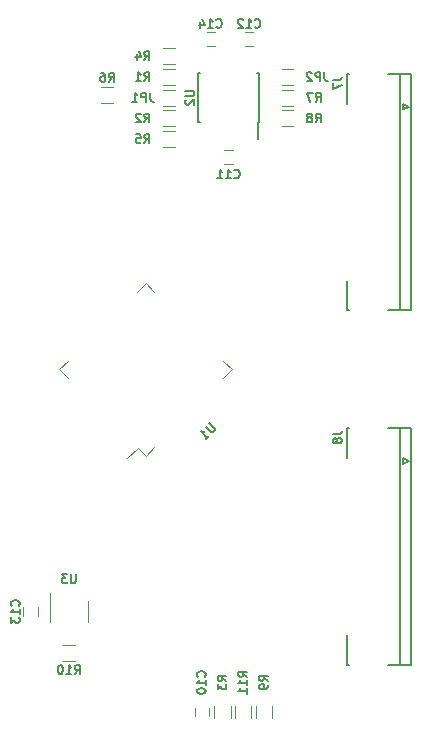
<source format=gbo>
G04 #@! TF.FileFunction,Legend,Bot*
%FSLAX46Y46*%
G04 Gerber Fmt 4.6, Leading zero omitted, Abs format (unit mm)*
G04 Created by KiCad (PCBNEW 4.0.7) date 09/10/18 12:16:13*
%MOMM*%
%LPD*%
G01*
G04 APERTURE LIST*
%ADD10C,0.100000*%
%ADD11C,0.150000*%
%ADD12C,0.120000*%
%ADD13C,0.127000*%
G04 APERTURE END LIST*
D10*
D11*
X94575000Y-51575000D02*
X94525000Y-51575000D01*
X94575000Y-47425000D02*
X94430000Y-47425000D01*
X89425000Y-47425000D02*
X89570000Y-47425000D01*
X89425000Y-51575000D02*
X89570000Y-51575000D01*
X94575000Y-51575000D02*
X94575000Y-47425000D01*
X89425000Y-51575000D02*
X89425000Y-47425000D01*
X94525000Y-51575000D02*
X94525000Y-52975000D01*
D12*
X85000000Y-79818555D02*
X84328249Y-79146804D01*
X92318555Y-72500000D02*
X91576093Y-71757538D01*
X85000000Y-65181445D02*
X85742462Y-65923907D01*
X77681445Y-72500000D02*
X78423907Y-73242462D01*
X85000000Y-79818555D02*
X85742462Y-79076093D01*
X77681445Y-72500000D02*
X78423907Y-71757538D01*
X85000000Y-65181445D02*
X84257538Y-65923907D01*
X92318555Y-72500000D02*
X91576093Y-73242462D01*
X84328249Y-79146804D02*
X83426687Y-80048365D01*
X89150000Y-101150000D02*
X89150000Y-101850000D01*
X90350000Y-101850000D02*
X90350000Y-101150000D01*
X91650000Y-55100000D02*
X92350000Y-55100000D01*
X92350000Y-53900000D02*
X91650000Y-53900000D01*
X93400000Y-45100000D02*
X94100000Y-45100000D01*
X94100000Y-43900000D02*
X93400000Y-43900000D01*
X75850000Y-93350000D02*
X75850000Y-92650000D01*
X74650000Y-92650000D02*
X74650000Y-93350000D01*
X90850000Y-43900000D02*
X90150000Y-43900000D01*
X90150000Y-45100000D02*
X90850000Y-45100000D01*
X86500000Y-50180000D02*
X87500000Y-50180000D01*
X87500000Y-48820000D02*
X86500000Y-48820000D01*
X96500000Y-48430000D02*
X97500000Y-48430000D01*
X97500000Y-47070000D02*
X96500000Y-47070000D01*
X86500000Y-48430000D02*
X87500000Y-48430000D01*
X87500000Y-47070000D02*
X86500000Y-47070000D01*
X86500000Y-51930000D02*
X87500000Y-51930000D01*
X87500000Y-50570000D02*
X86500000Y-50570000D01*
X90820000Y-101000000D02*
X90820000Y-102000000D01*
X92180000Y-102000000D02*
X92180000Y-101000000D01*
X87500000Y-45320000D02*
X86500000Y-45320000D01*
X86500000Y-46680000D02*
X87500000Y-46680000D01*
X86500000Y-53680000D02*
X87500000Y-53680000D01*
X87500000Y-52320000D02*
X86500000Y-52320000D01*
X81250000Y-49930000D02*
X82250000Y-49930000D01*
X82250000Y-48570000D02*
X81250000Y-48570000D01*
X96500000Y-50180000D02*
X97500000Y-50180000D01*
X97500000Y-48820000D02*
X96500000Y-48820000D01*
X96500000Y-51930000D02*
X97500000Y-51930000D01*
X97500000Y-50570000D02*
X96500000Y-50570000D01*
X94320000Y-101000000D02*
X94320000Y-102000000D01*
X95680000Y-102000000D02*
X95680000Y-101000000D01*
X79000000Y-95820000D02*
X78000000Y-95820000D01*
X78000000Y-97180000D02*
X79000000Y-97180000D01*
X92570000Y-101000000D02*
X92570000Y-102000000D01*
X93930000Y-102000000D02*
X93930000Y-101000000D01*
X80110000Y-92100000D02*
X80110000Y-93900000D01*
X76890000Y-93900000D02*
X76890000Y-91450000D01*
D13*
X102000000Y-67500000D02*
X102250000Y-67500000D01*
X102000000Y-47500000D02*
X102250000Y-47500000D01*
X107250000Y-50250000D02*
X106750000Y-50000000D01*
X106750000Y-50500000D02*
X107250000Y-50250000D01*
X106750000Y-50000000D02*
X106750000Y-50500000D01*
X106500000Y-47500000D02*
X106500000Y-67500000D01*
X107500000Y-47500000D02*
X107500000Y-67500000D01*
X107500000Y-67500000D02*
X105500000Y-67500000D01*
X107500000Y-47500000D02*
X105500000Y-47500000D01*
X102000000Y-50000000D02*
X102000000Y-47500000D01*
X102000000Y-65000000D02*
X102000000Y-67500000D01*
X102000000Y-97500000D02*
X102250000Y-97500000D01*
X102000000Y-77500000D02*
X102250000Y-77500000D01*
X107250000Y-80250000D02*
X106750000Y-80000000D01*
X106750000Y-80500000D02*
X107250000Y-80250000D01*
X106750000Y-80000000D02*
X106750000Y-80500000D01*
X106500000Y-77500000D02*
X106500000Y-97500000D01*
X107500000Y-77500000D02*
X107500000Y-97500000D01*
X107500000Y-97500000D02*
X105500000Y-97500000D01*
X107500000Y-77500000D02*
X105500000Y-77500000D01*
X102000000Y-80000000D02*
X102000000Y-77500000D01*
X102000000Y-95000000D02*
X102000000Y-97500000D01*
D11*
X88339286Y-48928571D02*
X88946429Y-48928571D01*
X89017857Y-48964286D01*
X89053571Y-49000000D01*
X89089286Y-49071429D01*
X89089286Y-49214286D01*
X89053571Y-49285714D01*
X89017857Y-49321429D01*
X88946429Y-49357143D01*
X88339286Y-49357143D01*
X88410714Y-49678571D02*
X88375000Y-49714285D01*
X88339286Y-49785714D01*
X88339286Y-49964285D01*
X88375000Y-50035714D01*
X88410714Y-50071428D01*
X88482143Y-50107143D01*
X88553571Y-50107143D01*
X88660714Y-50071428D01*
X89089286Y-49642857D01*
X89089286Y-50107143D01*
X90381589Y-77073466D02*
X90810904Y-77502781D01*
X90836157Y-77578542D01*
X90836157Y-77629050D01*
X90810903Y-77704812D01*
X90709888Y-77805827D01*
X90634126Y-77831080D01*
X90583618Y-77831081D01*
X90507857Y-77805827D01*
X90078542Y-77376512D01*
X90078542Y-78437172D02*
X90381589Y-78134126D01*
X90230066Y-78285649D02*
X89699735Y-77755319D01*
X89826005Y-77780573D01*
X89927019Y-77780573D01*
X90002781Y-77755318D01*
X90017857Y-98517857D02*
X90053571Y-98482143D01*
X90089286Y-98375000D01*
X90089286Y-98303571D01*
X90053571Y-98196428D01*
X89982143Y-98125000D01*
X89910714Y-98089285D01*
X89767857Y-98053571D01*
X89660714Y-98053571D01*
X89517857Y-98089285D01*
X89446429Y-98125000D01*
X89375000Y-98196428D01*
X89339286Y-98303571D01*
X89339286Y-98375000D01*
X89375000Y-98482143D01*
X89410714Y-98517857D01*
X90089286Y-99232143D02*
X90089286Y-98803571D01*
X90089286Y-99017857D02*
X89339286Y-99017857D01*
X89446429Y-98946428D01*
X89517857Y-98875000D01*
X89553571Y-98803571D01*
X89339286Y-99696429D02*
X89339286Y-99767857D01*
X89375000Y-99839286D01*
X89410714Y-99875000D01*
X89482143Y-99910714D01*
X89625000Y-99946429D01*
X89803571Y-99946429D01*
X89946429Y-99910714D01*
X90017857Y-99875000D01*
X90053571Y-99839286D01*
X90089286Y-99767857D01*
X90089286Y-99696429D01*
X90053571Y-99625000D01*
X90017857Y-99589286D01*
X89946429Y-99553571D01*
X89803571Y-99517857D01*
X89625000Y-99517857D01*
X89482143Y-99553571D01*
X89410714Y-99589286D01*
X89375000Y-99625000D01*
X89339286Y-99696429D01*
X92482143Y-56267857D02*
X92517857Y-56303571D01*
X92625000Y-56339286D01*
X92696429Y-56339286D01*
X92803572Y-56303571D01*
X92875000Y-56232143D01*
X92910715Y-56160714D01*
X92946429Y-56017857D01*
X92946429Y-55910714D01*
X92910715Y-55767857D01*
X92875000Y-55696429D01*
X92803572Y-55625000D01*
X92696429Y-55589286D01*
X92625000Y-55589286D01*
X92517857Y-55625000D01*
X92482143Y-55660714D01*
X91767857Y-56339286D02*
X92196429Y-56339286D01*
X91982143Y-56339286D02*
X91982143Y-55589286D01*
X92053572Y-55696429D01*
X92125000Y-55767857D01*
X92196429Y-55803571D01*
X91053571Y-56339286D02*
X91482143Y-56339286D01*
X91267857Y-56339286D02*
X91267857Y-55589286D01*
X91339286Y-55696429D01*
X91410714Y-55767857D01*
X91482143Y-55803571D01*
X94232143Y-43517857D02*
X94267857Y-43553571D01*
X94375000Y-43589286D01*
X94446429Y-43589286D01*
X94553572Y-43553571D01*
X94625000Y-43482143D01*
X94660715Y-43410714D01*
X94696429Y-43267857D01*
X94696429Y-43160714D01*
X94660715Y-43017857D01*
X94625000Y-42946429D01*
X94553572Y-42875000D01*
X94446429Y-42839286D01*
X94375000Y-42839286D01*
X94267857Y-42875000D01*
X94232143Y-42910714D01*
X93517857Y-43589286D02*
X93946429Y-43589286D01*
X93732143Y-43589286D02*
X93732143Y-42839286D01*
X93803572Y-42946429D01*
X93875000Y-43017857D01*
X93946429Y-43053571D01*
X93232143Y-42910714D02*
X93196429Y-42875000D01*
X93125000Y-42839286D01*
X92946429Y-42839286D01*
X92875000Y-42875000D01*
X92839286Y-42910714D01*
X92803571Y-42982143D01*
X92803571Y-43053571D01*
X92839286Y-43160714D01*
X93267857Y-43589286D01*
X92803571Y-43589286D01*
X74267857Y-92517857D02*
X74303571Y-92482143D01*
X74339286Y-92375000D01*
X74339286Y-92303571D01*
X74303571Y-92196428D01*
X74232143Y-92125000D01*
X74160714Y-92089285D01*
X74017857Y-92053571D01*
X73910714Y-92053571D01*
X73767857Y-92089285D01*
X73696429Y-92125000D01*
X73625000Y-92196428D01*
X73589286Y-92303571D01*
X73589286Y-92375000D01*
X73625000Y-92482143D01*
X73660714Y-92517857D01*
X74339286Y-93232143D02*
X74339286Y-92803571D01*
X74339286Y-93017857D02*
X73589286Y-93017857D01*
X73696429Y-92946428D01*
X73767857Y-92875000D01*
X73803571Y-92803571D01*
X73589286Y-93482143D02*
X73589286Y-93946429D01*
X73875000Y-93696429D01*
X73875000Y-93803571D01*
X73910714Y-93875000D01*
X73946429Y-93910714D01*
X74017857Y-93946429D01*
X74196429Y-93946429D01*
X74267857Y-93910714D01*
X74303571Y-93875000D01*
X74339286Y-93803571D01*
X74339286Y-93589286D01*
X74303571Y-93517857D01*
X74267857Y-93482143D01*
X90982143Y-43517857D02*
X91017857Y-43553571D01*
X91125000Y-43589286D01*
X91196429Y-43589286D01*
X91303572Y-43553571D01*
X91375000Y-43482143D01*
X91410715Y-43410714D01*
X91446429Y-43267857D01*
X91446429Y-43160714D01*
X91410715Y-43017857D01*
X91375000Y-42946429D01*
X91303572Y-42875000D01*
X91196429Y-42839286D01*
X91125000Y-42839286D01*
X91017857Y-42875000D01*
X90982143Y-42910714D01*
X90267857Y-43589286D02*
X90696429Y-43589286D01*
X90482143Y-43589286D02*
X90482143Y-42839286D01*
X90553572Y-42946429D01*
X90625000Y-43017857D01*
X90696429Y-43053571D01*
X89625000Y-43089286D02*
X89625000Y-43589286D01*
X89803571Y-42803571D02*
X89982143Y-43339286D01*
X89517857Y-43339286D01*
X85375000Y-49089286D02*
X85375000Y-49625000D01*
X85410714Y-49732143D01*
X85482143Y-49803571D01*
X85589286Y-49839286D01*
X85660714Y-49839286D01*
X85017857Y-49839286D02*
X85017857Y-49089286D01*
X84732142Y-49089286D01*
X84660714Y-49125000D01*
X84624999Y-49160714D01*
X84589285Y-49232143D01*
X84589285Y-49339286D01*
X84624999Y-49410714D01*
X84660714Y-49446429D01*
X84732142Y-49482143D01*
X85017857Y-49482143D01*
X83874999Y-49839286D02*
X84303571Y-49839286D01*
X84089285Y-49839286D02*
X84089285Y-49089286D01*
X84160714Y-49196429D01*
X84232142Y-49267857D01*
X84303571Y-49303571D01*
X100125000Y-47339286D02*
X100125000Y-47875000D01*
X100160714Y-47982143D01*
X100232143Y-48053571D01*
X100339286Y-48089286D01*
X100410714Y-48089286D01*
X99767857Y-48089286D02*
X99767857Y-47339286D01*
X99482142Y-47339286D01*
X99410714Y-47375000D01*
X99374999Y-47410714D01*
X99339285Y-47482143D01*
X99339285Y-47589286D01*
X99374999Y-47660714D01*
X99410714Y-47696429D01*
X99482142Y-47732143D01*
X99767857Y-47732143D01*
X99053571Y-47410714D02*
X99017857Y-47375000D01*
X98946428Y-47339286D01*
X98767857Y-47339286D01*
X98696428Y-47375000D01*
X98660714Y-47410714D01*
X98624999Y-47482143D01*
X98624999Y-47553571D01*
X98660714Y-47660714D01*
X99089285Y-48089286D01*
X98624999Y-48089286D01*
X84875000Y-48089286D02*
X85125000Y-47732143D01*
X85303572Y-48089286D02*
X85303572Y-47339286D01*
X85017857Y-47339286D01*
X84946429Y-47375000D01*
X84910714Y-47410714D01*
X84875000Y-47482143D01*
X84875000Y-47589286D01*
X84910714Y-47660714D01*
X84946429Y-47696429D01*
X85017857Y-47732143D01*
X85303572Y-47732143D01*
X84160714Y-48089286D02*
X84589286Y-48089286D01*
X84375000Y-48089286D02*
X84375000Y-47339286D01*
X84446429Y-47446429D01*
X84517857Y-47517857D01*
X84589286Y-47553571D01*
X84875000Y-51589286D02*
X85125000Y-51232143D01*
X85303572Y-51589286D02*
X85303572Y-50839286D01*
X85017857Y-50839286D01*
X84946429Y-50875000D01*
X84910714Y-50910714D01*
X84875000Y-50982143D01*
X84875000Y-51089286D01*
X84910714Y-51160714D01*
X84946429Y-51196429D01*
X85017857Y-51232143D01*
X85303572Y-51232143D01*
X84589286Y-50910714D02*
X84553572Y-50875000D01*
X84482143Y-50839286D01*
X84303572Y-50839286D01*
X84232143Y-50875000D01*
X84196429Y-50910714D01*
X84160714Y-50982143D01*
X84160714Y-51053571D01*
X84196429Y-51160714D01*
X84625000Y-51589286D01*
X84160714Y-51589286D01*
X91839286Y-98875000D02*
X91482143Y-98625000D01*
X91839286Y-98446428D02*
X91089286Y-98446428D01*
X91089286Y-98732143D01*
X91125000Y-98803571D01*
X91160714Y-98839286D01*
X91232143Y-98875000D01*
X91339286Y-98875000D01*
X91410714Y-98839286D01*
X91446429Y-98803571D01*
X91482143Y-98732143D01*
X91482143Y-98446428D01*
X91089286Y-99125000D02*
X91089286Y-99589286D01*
X91375000Y-99339286D01*
X91375000Y-99446428D01*
X91410714Y-99517857D01*
X91446429Y-99553571D01*
X91517857Y-99589286D01*
X91696429Y-99589286D01*
X91767857Y-99553571D01*
X91803571Y-99517857D01*
X91839286Y-99446428D01*
X91839286Y-99232143D01*
X91803571Y-99160714D01*
X91767857Y-99125000D01*
X84875000Y-46339286D02*
X85125000Y-45982143D01*
X85303572Y-46339286D02*
X85303572Y-45589286D01*
X85017857Y-45589286D01*
X84946429Y-45625000D01*
X84910714Y-45660714D01*
X84875000Y-45732143D01*
X84875000Y-45839286D01*
X84910714Y-45910714D01*
X84946429Y-45946429D01*
X85017857Y-45982143D01*
X85303572Y-45982143D01*
X84232143Y-45839286D02*
X84232143Y-46339286D01*
X84410714Y-45553571D02*
X84589286Y-46089286D01*
X84125000Y-46089286D01*
X84875000Y-53339286D02*
X85125000Y-52982143D01*
X85303572Y-53339286D02*
X85303572Y-52589286D01*
X85017857Y-52589286D01*
X84946429Y-52625000D01*
X84910714Y-52660714D01*
X84875000Y-52732143D01*
X84875000Y-52839286D01*
X84910714Y-52910714D01*
X84946429Y-52946429D01*
X85017857Y-52982143D01*
X85303572Y-52982143D01*
X84196429Y-52589286D02*
X84553572Y-52589286D01*
X84589286Y-52946429D01*
X84553572Y-52910714D01*
X84482143Y-52875000D01*
X84303572Y-52875000D01*
X84232143Y-52910714D01*
X84196429Y-52946429D01*
X84160714Y-53017857D01*
X84160714Y-53196429D01*
X84196429Y-53267857D01*
X84232143Y-53303571D01*
X84303572Y-53339286D01*
X84482143Y-53339286D01*
X84553572Y-53303571D01*
X84589286Y-53267857D01*
X81875000Y-48139286D02*
X82125000Y-47782143D01*
X82303572Y-48139286D02*
X82303572Y-47389286D01*
X82017857Y-47389286D01*
X81946429Y-47425000D01*
X81910714Y-47460714D01*
X81875000Y-47532143D01*
X81875000Y-47639286D01*
X81910714Y-47710714D01*
X81946429Y-47746429D01*
X82017857Y-47782143D01*
X82303572Y-47782143D01*
X81232143Y-47389286D02*
X81375000Y-47389286D01*
X81446429Y-47425000D01*
X81482143Y-47460714D01*
X81553572Y-47567857D01*
X81589286Y-47710714D01*
X81589286Y-47996429D01*
X81553572Y-48067857D01*
X81517857Y-48103571D01*
X81446429Y-48139286D01*
X81303572Y-48139286D01*
X81232143Y-48103571D01*
X81196429Y-48067857D01*
X81160714Y-47996429D01*
X81160714Y-47817857D01*
X81196429Y-47746429D01*
X81232143Y-47710714D01*
X81303572Y-47675000D01*
X81446429Y-47675000D01*
X81517857Y-47710714D01*
X81553572Y-47746429D01*
X81589286Y-47817857D01*
X99375000Y-49839286D02*
X99625000Y-49482143D01*
X99803572Y-49839286D02*
X99803572Y-49089286D01*
X99517857Y-49089286D01*
X99446429Y-49125000D01*
X99410714Y-49160714D01*
X99375000Y-49232143D01*
X99375000Y-49339286D01*
X99410714Y-49410714D01*
X99446429Y-49446429D01*
X99517857Y-49482143D01*
X99803572Y-49482143D01*
X99125000Y-49089286D02*
X98625000Y-49089286D01*
X98946429Y-49839286D01*
X99375000Y-51589286D02*
X99625000Y-51232143D01*
X99803572Y-51589286D02*
X99803572Y-50839286D01*
X99517857Y-50839286D01*
X99446429Y-50875000D01*
X99410714Y-50910714D01*
X99375000Y-50982143D01*
X99375000Y-51089286D01*
X99410714Y-51160714D01*
X99446429Y-51196429D01*
X99517857Y-51232143D01*
X99803572Y-51232143D01*
X98946429Y-51160714D02*
X99017857Y-51125000D01*
X99053572Y-51089286D01*
X99089286Y-51017857D01*
X99089286Y-50982143D01*
X99053572Y-50910714D01*
X99017857Y-50875000D01*
X98946429Y-50839286D01*
X98803572Y-50839286D01*
X98732143Y-50875000D01*
X98696429Y-50910714D01*
X98660714Y-50982143D01*
X98660714Y-51017857D01*
X98696429Y-51089286D01*
X98732143Y-51125000D01*
X98803572Y-51160714D01*
X98946429Y-51160714D01*
X99017857Y-51196429D01*
X99053572Y-51232143D01*
X99089286Y-51303571D01*
X99089286Y-51446429D01*
X99053572Y-51517857D01*
X99017857Y-51553571D01*
X98946429Y-51589286D01*
X98803572Y-51589286D01*
X98732143Y-51553571D01*
X98696429Y-51517857D01*
X98660714Y-51446429D01*
X98660714Y-51303571D01*
X98696429Y-51232143D01*
X98732143Y-51196429D01*
X98803572Y-51160714D01*
X95339286Y-98875000D02*
X94982143Y-98625000D01*
X95339286Y-98446428D02*
X94589286Y-98446428D01*
X94589286Y-98732143D01*
X94625000Y-98803571D01*
X94660714Y-98839286D01*
X94732143Y-98875000D01*
X94839286Y-98875000D01*
X94910714Y-98839286D01*
X94946429Y-98803571D01*
X94982143Y-98732143D01*
X94982143Y-98446428D01*
X95339286Y-99232143D02*
X95339286Y-99375000D01*
X95303571Y-99446428D01*
X95267857Y-99482143D01*
X95160714Y-99553571D01*
X95017857Y-99589286D01*
X94732143Y-99589286D01*
X94660714Y-99553571D01*
X94625000Y-99517857D01*
X94589286Y-99446428D01*
X94589286Y-99303571D01*
X94625000Y-99232143D01*
X94660714Y-99196428D01*
X94732143Y-99160714D01*
X94910714Y-99160714D01*
X94982143Y-99196428D01*
X95017857Y-99232143D01*
X95053571Y-99303571D01*
X95053571Y-99446428D01*
X95017857Y-99517857D01*
X94982143Y-99553571D01*
X94910714Y-99589286D01*
X78982143Y-98289286D02*
X79232143Y-97932143D01*
X79410715Y-98289286D02*
X79410715Y-97539286D01*
X79125000Y-97539286D01*
X79053572Y-97575000D01*
X79017857Y-97610714D01*
X78982143Y-97682143D01*
X78982143Y-97789286D01*
X79017857Y-97860714D01*
X79053572Y-97896429D01*
X79125000Y-97932143D01*
X79410715Y-97932143D01*
X78267857Y-98289286D02*
X78696429Y-98289286D01*
X78482143Y-98289286D02*
X78482143Y-97539286D01*
X78553572Y-97646429D01*
X78625000Y-97717857D01*
X78696429Y-97753571D01*
X77803571Y-97539286D02*
X77732143Y-97539286D01*
X77660714Y-97575000D01*
X77625000Y-97610714D01*
X77589286Y-97682143D01*
X77553571Y-97825000D01*
X77553571Y-98003571D01*
X77589286Y-98146429D01*
X77625000Y-98217857D01*
X77660714Y-98253571D01*
X77732143Y-98289286D01*
X77803571Y-98289286D01*
X77875000Y-98253571D01*
X77910714Y-98217857D01*
X77946429Y-98146429D01*
X77982143Y-98003571D01*
X77982143Y-97825000D01*
X77946429Y-97682143D01*
X77910714Y-97610714D01*
X77875000Y-97575000D01*
X77803571Y-97539286D01*
X93589286Y-98517857D02*
X93232143Y-98267857D01*
X93589286Y-98089285D02*
X92839286Y-98089285D01*
X92839286Y-98375000D01*
X92875000Y-98446428D01*
X92910714Y-98482143D01*
X92982143Y-98517857D01*
X93089286Y-98517857D01*
X93160714Y-98482143D01*
X93196429Y-98446428D01*
X93232143Y-98375000D01*
X93232143Y-98089285D01*
X93589286Y-99232143D02*
X93589286Y-98803571D01*
X93589286Y-99017857D02*
X92839286Y-99017857D01*
X92946429Y-98946428D01*
X93017857Y-98875000D01*
X93053571Y-98803571D01*
X93589286Y-99946429D02*
X93589286Y-99517857D01*
X93589286Y-99732143D02*
X92839286Y-99732143D01*
X92946429Y-99660714D01*
X93017857Y-99589286D01*
X93053571Y-99517857D01*
X79071429Y-89839286D02*
X79071429Y-90446429D01*
X79035714Y-90517857D01*
X79000000Y-90553571D01*
X78928571Y-90589286D01*
X78785714Y-90589286D01*
X78714286Y-90553571D01*
X78678571Y-90517857D01*
X78642857Y-90446429D01*
X78642857Y-89839286D01*
X78357143Y-89839286D02*
X77892857Y-89839286D01*
X78142857Y-90125000D01*
X78035715Y-90125000D01*
X77964286Y-90160714D01*
X77928572Y-90196429D01*
X77892857Y-90267857D01*
X77892857Y-90446429D01*
X77928572Y-90517857D01*
X77964286Y-90553571D01*
X78035715Y-90589286D01*
X78250000Y-90589286D01*
X78321429Y-90553571D01*
X78357143Y-90517857D01*
X100839286Y-48000000D02*
X101375000Y-48000000D01*
X101482143Y-47964286D01*
X101553571Y-47892857D01*
X101589286Y-47785714D01*
X101589286Y-47714286D01*
X100839286Y-48285715D02*
X100839286Y-48785715D01*
X101589286Y-48464286D01*
X100839286Y-78000000D02*
X101375000Y-78000000D01*
X101482143Y-77964286D01*
X101553571Y-77892857D01*
X101589286Y-77785714D01*
X101589286Y-77714286D01*
X101160714Y-78464286D02*
X101125000Y-78392858D01*
X101089286Y-78357143D01*
X101017857Y-78321429D01*
X100982143Y-78321429D01*
X100910714Y-78357143D01*
X100875000Y-78392858D01*
X100839286Y-78464286D01*
X100839286Y-78607143D01*
X100875000Y-78678572D01*
X100910714Y-78714286D01*
X100982143Y-78750001D01*
X101017857Y-78750001D01*
X101089286Y-78714286D01*
X101125000Y-78678572D01*
X101160714Y-78607143D01*
X101160714Y-78464286D01*
X101196429Y-78392858D01*
X101232143Y-78357143D01*
X101303571Y-78321429D01*
X101446429Y-78321429D01*
X101517857Y-78357143D01*
X101553571Y-78392858D01*
X101589286Y-78464286D01*
X101589286Y-78607143D01*
X101553571Y-78678572D01*
X101517857Y-78714286D01*
X101446429Y-78750001D01*
X101303571Y-78750001D01*
X101232143Y-78714286D01*
X101196429Y-78678572D01*
X101160714Y-78607143D01*
M02*

</source>
